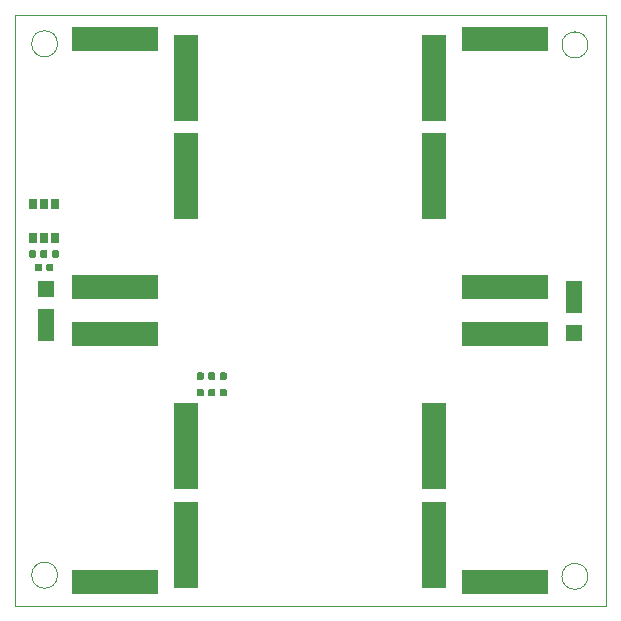
<source format=gbr>
%TF.GenerationSoftware,KiCad,Pcbnew,(5.1.4)-1*%
%TF.CreationDate,2019-10-27T14:01:39-07:00*%
%TF.ProjectId,SolarCell+Y,536f6c61-7243-4656-9c6c-2b592e6b6963,rev?*%
%TF.SameCoordinates,Original*%
%TF.FileFunction,Paste,Top*%
%TF.FilePolarity,Positive*%
%FSLAX46Y46*%
G04 Gerber Fmt 4.6, Leading zero omitted, Abs format (unit mm)*
G04 Created by KiCad (PCBNEW (5.1.4)-1) date 2019-10-27 14:01:39*
%MOMM*%
%LPD*%
G04 APERTURE LIST*
%ADD10C,0.050000*%
%ADD11C,0.100000*%
%ADD12C,0.590000*%
%ADD13R,2.000000X7.400000*%
%ADD14R,0.700000X0.900000*%
%ADD15R,7.400000X2.000000*%
%ADD16R,1.400000X1.400000*%
%ADD17R,1.400000X2.700000*%
G04 APERTURE END LIST*
D10*
X198500000Y-42500000D02*
G75*
G03X198500000Y-42500000I-1100000J0D01*
G01*
X198500000Y-87500000D02*
G75*
G03X198500000Y-87500000I-1100000J0D01*
G01*
X153600000Y-87400000D02*
G75*
G03X153600000Y-87400000I-1100000J0D01*
G01*
X200000000Y-40000000D02*
X150000000Y-40000000D01*
X200000000Y-90000000D02*
X200000000Y-40000000D01*
X150000000Y-90000000D02*
X200000000Y-90000000D01*
X150000000Y-40000000D02*
X150000000Y-90000000D01*
X153600000Y-42400000D02*
G75*
G03X153600000Y-42400000I-1100000J0D01*
G01*
D11*
G36*
X153577958Y-59878710D02*
G01*
X153592276Y-59880834D01*
X153606317Y-59884351D01*
X153619946Y-59889228D01*
X153633031Y-59895417D01*
X153645447Y-59902858D01*
X153657073Y-59911481D01*
X153667798Y-59921202D01*
X153677519Y-59931927D01*
X153686142Y-59943553D01*
X153693583Y-59955969D01*
X153699772Y-59969054D01*
X153704649Y-59982683D01*
X153708166Y-59996724D01*
X153710290Y-60011042D01*
X153711000Y-60025500D01*
X153711000Y-60370500D01*
X153710290Y-60384958D01*
X153708166Y-60399276D01*
X153704649Y-60413317D01*
X153699772Y-60426946D01*
X153693583Y-60440031D01*
X153686142Y-60452447D01*
X153677519Y-60464073D01*
X153667798Y-60474798D01*
X153657073Y-60484519D01*
X153645447Y-60493142D01*
X153633031Y-60500583D01*
X153619946Y-60506772D01*
X153606317Y-60511649D01*
X153592276Y-60515166D01*
X153577958Y-60517290D01*
X153563500Y-60518000D01*
X153268500Y-60518000D01*
X153254042Y-60517290D01*
X153239724Y-60515166D01*
X153225683Y-60511649D01*
X153212054Y-60506772D01*
X153198969Y-60500583D01*
X153186553Y-60493142D01*
X153174927Y-60484519D01*
X153164202Y-60474798D01*
X153154481Y-60464073D01*
X153145858Y-60452447D01*
X153138417Y-60440031D01*
X153132228Y-60426946D01*
X153127351Y-60413317D01*
X153123834Y-60399276D01*
X153121710Y-60384958D01*
X153121000Y-60370500D01*
X153121000Y-60025500D01*
X153121710Y-60011042D01*
X153123834Y-59996724D01*
X153127351Y-59982683D01*
X153132228Y-59969054D01*
X153138417Y-59955969D01*
X153145858Y-59943553D01*
X153154481Y-59931927D01*
X153164202Y-59921202D01*
X153174927Y-59911481D01*
X153186553Y-59902858D01*
X153198969Y-59895417D01*
X153212054Y-59889228D01*
X153225683Y-59884351D01*
X153239724Y-59880834D01*
X153254042Y-59878710D01*
X153268500Y-59878000D01*
X153563500Y-59878000D01*
X153577958Y-59878710D01*
X153577958Y-59878710D01*
G37*
D12*
X153416000Y-60198000D03*
D11*
G36*
X152607958Y-59878710D02*
G01*
X152622276Y-59880834D01*
X152636317Y-59884351D01*
X152649946Y-59889228D01*
X152663031Y-59895417D01*
X152675447Y-59902858D01*
X152687073Y-59911481D01*
X152697798Y-59921202D01*
X152707519Y-59931927D01*
X152716142Y-59943553D01*
X152723583Y-59955969D01*
X152729772Y-59969054D01*
X152734649Y-59982683D01*
X152738166Y-59996724D01*
X152740290Y-60011042D01*
X152741000Y-60025500D01*
X152741000Y-60370500D01*
X152740290Y-60384958D01*
X152738166Y-60399276D01*
X152734649Y-60413317D01*
X152729772Y-60426946D01*
X152723583Y-60440031D01*
X152716142Y-60452447D01*
X152707519Y-60464073D01*
X152697798Y-60474798D01*
X152687073Y-60484519D01*
X152675447Y-60493142D01*
X152663031Y-60500583D01*
X152649946Y-60506772D01*
X152636317Y-60511649D01*
X152622276Y-60515166D01*
X152607958Y-60517290D01*
X152593500Y-60518000D01*
X152298500Y-60518000D01*
X152284042Y-60517290D01*
X152269724Y-60515166D01*
X152255683Y-60511649D01*
X152242054Y-60506772D01*
X152228969Y-60500583D01*
X152216553Y-60493142D01*
X152204927Y-60484519D01*
X152194202Y-60474798D01*
X152184481Y-60464073D01*
X152175858Y-60452447D01*
X152168417Y-60440031D01*
X152162228Y-60426946D01*
X152157351Y-60413317D01*
X152153834Y-60399276D01*
X152151710Y-60384958D01*
X152151000Y-60370500D01*
X152151000Y-60025500D01*
X152151710Y-60011042D01*
X152153834Y-59996724D01*
X152157351Y-59982683D01*
X152162228Y-59969054D01*
X152168417Y-59955969D01*
X152175858Y-59943553D01*
X152184481Y-59931927D01*
X152194202Y-59921202D01*
X152204927Y-59911481D01*
X152216553Y-59902858D01*
X152228969Y-59895417D01*
X152242054Y-59889228D01*
X152255683Y-59884351D01*
X152269724Y-59880834D01*
X152284042Y-59878710D01*
X152298500Y-59878000D01*
X152593500Y-59878000D01*
X152607958Y-59878710D01*
X152607958Y-59878710D01*
G37*
D12*
X152446000Y-60198000D03*
D13*
X185496200Y-76454000D03*
X164496200Y-76454000D03*
D11*
G36*
X152602458Y-59878710D02*
G01*
X152616776Y-59880834D01*
X152630817Y-59884351D01*
X152644446Y-59889228D01*
X152657531Y-59895417D01*
X152669947Y-59902858D01*
X152681573Y-59911481D01*
X152692298Y-59921202D01*
X152702019Y-59931927D01*
X152710642Y-59943553D01*
X152718083Y-59955969D01*
X152724272Y-59969054D01*
X152729149Y-59982683D01*
X152732666Y-59996724D01*
X152734790Y-60011042D01*
X152735500Y-60025500D01*
X152735500Y-60370500D01*
X152734790Y-60384958D01*
X152732666Y-60399276D01*
X152729149Y-60413317D01*
X152724272Y-60426946D01*
X152718083Y-60440031D01*
X152710642Y-60452447D01*
X152702019Y-60464073D01*
X152692298Y-60474798D01*
X152681573Y-60484519D01*
X152669947Y-60493142D01*
X152657531Y-60500583D01*
X152644446Y-60506772D01*
X152630817Y-60511649D01*
X152616776Y-60515166D01*
X152602458Y-60517290D01*
X152588000Y-60518000D01*
X152293000Y-60518000D01*
X152278542Y-60517290D01*
X152264224Y-60515166D01*
X152250183Y-60511649D01*
X152236554Y-60506772D01*
X152223469Y-60500583D01*
X152211053Y-60493142D01*
X152199427Y-60484519D01*
X152188702Y-60474798D01*
X152178981Y-60464073D01*
X152170358Y-60452447D01*
X152162917Y-60440031D01*
X152156728Y-60426946D01*
X152151851Y-60413317D01*
X152148334Y-60399276D01*
X152146210Y-60384958D01*
X152145500Y-60370500D01*
X152145500Y-60025500D01*
X152146210Y-60011042D01*
X152148334Y-59996724D01*
X152151851Y-59982683D01*
X152156728Y-59969054D01*
X152162917Y-59955969D01*
X152170358Y-59943553D01*
X152178981Y-59931927D01*
X152188702Y-59921202D01*
X152199427Y-59911481D01*
X152211053Y-59902858D01*
X152223469Y-59895417D01*
X152236554Y-59889228D01*
X152250183Y-59884351D01*
X152264224Y-59880834D01*
X152278542Y-59878710D01*
X152293000Y-59878000D01*
X152588000Y-59878000D01*
X152602458Y-59878710D01*
X152602458Y-59878710D01*
G37*
D12*
X152440500Y-60198000D03*
D11*
G36*
X151632458Y-59878710D02*
G01*
X151646776Y-59880834D01*
X151660817Y-59884351D01*
X151674446Y-59889228D01*
X151687531Y-59895417D01*
X151699947Y-59902858D01*
X151711573Y-59911481D01*
X151722298Y-59921202D01*
X151732019Y-59931927D01*
X151740642Y-59943553D01*
X151748083Y-59955969D01*
X151754272Y-59969054D01*
X151759149Y-59982683D01*
X151762666Y-59996724D01*
X151764790Y-60011042D01*
X151765500Y-60025500D01*
X151765500Y-60370500D01*
X151764790Y-60384958D01*
X151762666Y-60399276D01*
X151759149Y-60413317D01*
X151754272Y-60426946D01*
X151748083Y-60440031D01*
X151740642Y-60452447D01*
X151732019Y-60464073D01*
X151722298Y-60474798D01*
X151711573Y-60484519D01*
X151699947Y-60493142D01*
X151687531Y-60500583D01*
X151674446Y-60506772D01*
X151660817Y-60511649D01*
X151646776Y-60515166D01*
X151632458Y-60517290D01*
X151618000Y-60518000D01*
X151323000Y-60518000D01*
X151308542Y-60517290D01*
X151294224Y-60515166D01*
X151280183Y-60511649D01*
X151266554Y-60506772D01*
X151253469Y-60500583D01*
X151241053Y-60493142D01*
X151229427Y-60484519D01*
X151218702Y-60474798D01*
X151208981Y-60464073D01*
X151200358Y-60452447D01*
X151192917Y-60440031D01*
X151186728Y-60426946D01*
X151181851Y-60413317D01*
X151178334Y-60399276D01*
X151176210Y-60384958D01*
X151175500Y-60370500D01*
X151175500Y-60025500D01*
X151176210Y-60011042D01*
X151178334Y-59996724D01*
X151181851Y-59982683D01*
X151186728Y-59969054D01*
X151192917Y-59955969D01*
X151200358Y-59943553D01*
X151208981Y-59931927D01*
X151218702Y-59921202D01*
X151229427Y-59911481D01*
X151241053Y-59902858D01*
X151253469Y-59895417D01*
X151266554Y-59889228D01*
X151280183Y-59884351D01*
X151294224Y-59880834D01*
X151308542Y-59878710D01*
X151323000Y-59878000D01*
X151618000Y-59878000D01*
X151632458Y-59878710D01*
X151632458Y-59878710D01*
G37*
D12*
X151470500Y-60198000D03*
D14*
X151513500Y-55954000D03*
X152463500Y-55954000D03*
X153413500Y-55954000D03*
X153413500Y-58854000D03*
X152463500Y-58854000D03*
X151513500Y-58854000D03*
D13*
X164500000Y-84836000D03*
X185500000Y-84836000D03*
D15*
X191508000Y-63037000D03*
X191508000Y-42037000D03*
X158492000Y-67000000D03*
X158492000Y-88000000D03*
X158492000Y-63037000D03*
X158492000Y-42037000D03*
X191508000Y-67000000D03*
X191508000Y-88000000D03*
D13*
X185500000Y-45339000D03*
X164500000Y-45339000D03*
X164496200Y-53594000D03*
X185496200Y-53594000D03*
D16*
X152654000Y-63174000D03*
D17*
X152654000Y-66224000D03*
D16*
X197358000Y-66874000D03*
D17*
X197358000Y-63824000D03*
D11*
G36*
X166808958Y-70229210D02*
G01*
X166823276Y-70231334D01*
X166837317Y-70234851D01*
X166850946Y-70239728D01*
X166864031Y-70245917D01*
X166876447Y-70253358D01*
X166888073Y-70261981D01*
X166898798Y-70271702D01*
X166908519Y-70282427D01*
X166917142Y-70294053D01*
X166924583Y-70306469D01*
X166930772Y-70319554D01*
X166935649Y-70333183D01*
X166939166Y-70347224D01*
X166941290Y-70361542D01*
X166942000Y-70376000D01*
X166942000Y-70721000D01*
X166941290Y-70735458D01*
X166939166Y-70749776D01*
X166935649Y-70763817D01*
X166930772Y-70777446D01*
X166924583Y-70790531D01*
X166917142Y-70802947D01*
X166908519Y-70814573D01*
X166898798Y-70825298D01*
X166888073Y-70835019D01*
X166876447Y-70843642D01*
X166864031Y-70851083D01*
X166850946Y-70857272D01*
X166837317Y-70862149D01*
X166823276Y-70865666D01*
X166808958Y-70867790D01*
X166794500Y-70868500D01*
X166499500Y-70868500D01*
X166485042Y-70867790D01*
X166470724Y-70865666D01*
X166456683Y-70862149D01*
X166443054Y-70857272D01*
X166429969Y-70851083D01*
X166417553Y-70843642D01*
X166405927Y-70835019D01*
X166395202Y-70825298D01*
X166385481Y-70814573D01*
X166376858Y-70802947D01*
X166369417Y-70790531D01*
X166363228Y-70777446D01*
X166358351Y-70763817D01*
X166354834Y-70749776D01*
X166352710Y-70735458D01*
X166352000Y-70721000D01*
X166352000Y-70376000D01*
X166352710Y-70361542D01*
X166354834Y-70347224D01*
X166358351Y-70333183D01*
X166363228Y-70319554D01*
X166369417Y-70306469D01*
X166376858Y-70294053D01*
X166385481Y-70282427D01*
X166395202Y-70271702D01*
X166405927Y-70261981D01*
X166417553Y-70253358D01*
X166429969Y-70245917D01*
X166443054Y-70239728D01*
X166456683Y-70234851D01*
X166470724Y-70231334D01*
X166485042Y-70229210D01*
X166499500Y-70228500D01*
X166794500Y-70228500D01*
X166808958Y-70229210D01*
X166808958Y-70229210D01*
G37*
D12*
X166647000Y-70548500D03*
D11*
G36*
X167778958Y-70229210D02*
G01*
X167793276Y-70231334D01*
X167807317Y-70234851D01*
X167820946Y-70239728D01*
X167834031Y-70245917D01*
X167846447Y-70253358D01*
X167858073Y-70261981D01*
X167868798Y-70271702D01*
X167878519Y-70282427D01*
X167887142Y-70294053D01*
X167894583Y-70306469D01*
X167900772Y-70319554D01*
X167905649Y-70333183D01*
X167909166Y-70347224D01*
X167911290Y-70361542D01*
X167912000Y-70376000D01*
X167912000Y-70721000D01*
X167911290Y-70735458D01*
X167909166Y-70749776D01*
X167905649Y-70763817D01*
X167900772Y-70777446D01*
X167894583Y-70790531D01*
X167887142Y-70802947D01*
X167878519Y-70814573D01*
X167868798Y-70825298D01*
X167858073Y-70835019D01*
X167846447Y-70843642D01*
X167834031Y-70851083D01*
X167820946Y-70857272D01*
X167807317Y-70862149D01*
X167793276Y-70865666D01*
X167778958Y-70867790D01*
X167764500Y-70868500D01*
X167469500Y-70868500D01*
X167455042Y-70867790D01*
X167440724Y-70865666D01*
X167426683Y-70862149D01*
X167413054Y-70857272D01*
X167399969Y-70851083D01*
X167387553Y-70843642D01*
X167375927Y-70835019D01*
X167365202Y-70825298D01*
X167355481Y-70814573D01*
X167346858Y-70802947D01*
X167339417Y-70790531D01*
X167333228Y-70777446D01*
X167328351Y-70763817D01*
X167324834Y-70749776D01*
X167322710Y-70735458D01*
X167322000Y-70721000D01*
X167322000Y-70376000D01*
X167322710Y-70361542D01*
X167324834Y-70347224D01*
X167328351Y-70333183D01*
X167333228Y-70319554D01*
X167339417Y-70306469D01*
X167346858Y-70294053D01*
X167355481Y-70282427D01*
X167365202Y-70271702D01*
X167375927Y-70261981D01*
X167387553Y-70253358D01*
X167399969Y-70245917D01*
X167413054Y-70239728D01*
X167426683Y-70234851D01*
X167440724Y-70231334D01*
X167455042Y-70229210D01*
X167469500Y-70228500D01*
X167764500Y-70228500D01*
X167778958Y-70229210D01*
X167778958Y-70229210D01*
G37*
D12*
X167617000Y-70548500D03*
D11*
G36*
X165838678Y-70229210D02*
G01*
X165852996Y-70231334D01*
X165867037Y-70234851D01*
X165880666Y-70239728D01*
X165893751Y-70245917D01*
X165906167Y-70253358D01*
X165917793Y-70261981D01*
X165928518Y-70271702D01*
X165938239Y-70282427D01*
X165946862Y-70294053D01*
X165954303Y-70306469D01*
X165960492Y-70319554D01*
X165965369Y-70333183D01*
X165968886Y-70347224D01*
X165971010Y-70361542D01*
X165971720Y-70376000D01*
X165971720Y-70721000D01*
X165971010Y-70735458D01*
X165968886Y-70749776D01*
X165965369Y-70763817D01*
X165960492Y-70777446D01*
X165954303Y-70790531D01*
X165946862Y-70802947D01*
X165938239Y-70814573D01*
X165928518Y-70825298D01*
X165917793Y-70835019D01*
X165906167Y-70843642D01*
X165893751Y-70851083D01*
X165880666Y-70857272D01*
X165867037Y-70862149D01*
X165852996Y-70865666D01*
X165838678Y-70867790D01*
X165824220Y-70868500D01*
X165529220Y-70868500D01*
X165514762Y-70867790D01*
X165500444Y-70865666D01*
X165486403Y-70862149D01*
X165472774Y-70857272D01*
X165459689Y-70851083D01*
X165447273Y-70843642D01*
X165435647Y-70835019D01*
X165424922Y-70825298D01*
X165415201Y-70814573D01*
X165406578Y-70802947D01*
X165399137Y-70790531D01*
X165392948Y-70777446D01*
X165388071Y-70763817D01*
X165384554Y-70749776D01*
X165382430Y-70735458D01*
X165381720Y-70721000D01*
X165381720Y-70376000D01*
X165382430Y-70361542D01*
X165384554Y-70347224D01*
X165388071Y-70333183D01*
X165392948Y-70319554D01*
X165399137Y-70306469D01*
X165406578Y-70294053D01*
X165415201Y-70282427D01*
X165424922Y-70271702D01*
X165435647Y-70261981D01*
X165447273Y-70253358D01*
X165459689Y-70245917D01*
X165472774Y-70239728D01*
X165486403Y-70234851D01*
X165500444Y-70231334D01*
X165514762Y-70229210D01*
X165529220Y-70228500D01*
X165824220Y-70228500D01*
X165838678Y-70229210D01*
X165838678Y-70229210D01*
G37*
D12*
X165676720Y-70548500D03*
D11*
G36*
X166808678Y-70229210D02*
G01*
X166822996Y-70231334D01*
X166837037Y-70234851D01*
X166850666Y-70239728D01*
X166863751Y-70245917D01*
X166876167Y-70253358D01*
X166887793Y-70261981D01*
X166898518Y-70271702D01*
X166908239Y-70282427D01*
X166916862Y-70294053D01*
X166924303Y-70306469D01*
X166930492Y-70319554D01*
X166935369Y-70333183D01*
X166938886Y-70347224D01*
X166941010Y-70361542D01*
X166941720Y-70376000D01*
X166941720Y-70721000D01*
X166941010Y-70735458D01*
X166938886Y-70749776D01*
X166935369Y-70763817D01*
X166930492Y-70777446D01*
X166924303Y-70790531D01*
X166916862Y-70802947D01*
X166908239Y-70814573D01*
X166898518Y-70825298D01*
X166887793Y-70835019D01*
X166876167Y-70843642D01*
X166863751Y-70851083D01*
X166850666Y-70857272D01*
X166837037Y-70862149D01*
X166822996Y-70865666D01*
X166808678Y-70867790D01*
X166794220Y-70868500D01*
X166499220Y-70868500D01*
X166484762Y-70867790D01*
X166470444Y-70865666D01*
X166456403Y-70862149D01*
X166442774Y-70857272D01*
X166429689Y-70851083D01*
X166417273Y-70843642D01*
X166405647Y-70835019D01*
X166394922Y-70825298D01*
X166385201Y-70814573D01*
X166376578Y-70802947D01*
X166369137Y-70790531D01*
X166362948Y-70777446D01*
X166358071Y-70763817D01*
X166354554Y-70749776D01*
X166352430Y-70735458D01*
X166351720Y-70721000D01*
X166351720Y-70376000D01*
X166352430Y-70361542D01*
X166354554Y-70347224D01*
X166358071Y-70333183D01*
X166362948Y-70319554D01*
X166369137Y-70306469D01*
X166376578Y-70294053D01*
X166385201Y-70282427D01*
X166394922Y-70271702D01*
X166405647Y-70261981D01*
X166417273Y-70253358D01*
X166429689Y-70245917D01*
X166442774Y-70239728D01*
X166456403Y-70234851D01*
X166470444Y-70231334D01*
X166484762Y-70229210D01*
X166499220Y-70228500D01*
X166794220Y-70228500D01*
X166808678Y-70229210D01*
X166808678Y-70229210D01*
G37*
D12*
X166646720Y-70548500D03*
D11*
G36*
X166808958Y-71626210D02*
G01*
X166823276Y-71628334D01*
X166837317Y-71631851D01*
X166850946Y-71636728D01*
X166864031Y-71642917D01*
X166876447Y-71650358D01*
X166888073Y-71658981D01*
X166898798Y-71668702D01*
X166908519Y-71679427D01*
X166917142Y-71691053D01*
X166924583Y-71703469D01*
X166930772Y-71716554D01*
X166935649Y-71730183D01*
X166939166Y-71744224D01*
X166941290Y-71758542D01*
X166942000Y-71773000D01*
X166942000Y-72118000D01*
X166941290Y-72132458D01*
X166939166Y-72146776D01*
X166935649Y-72160817D01*
X166930772Y-72174446D01*
X166924583Y-72187531D01*
X166917142Y-72199947D01*
X166908519Y-72211573D01*
X166898798Y-72222298D01*
X166888073Y-72232019D01*
X166876447Y-72240642D01*
X166864031Y-72248083D01*
X166850946Y-72254272D01*
X166837317Y-72259149D01*
X166823276Y-72262666D01*
X166808958Y-72264790D01*
X166794500Y-72265500D01*
X166499500Y-72265500D01*
X166485042Y-72264790D01*
X166470724Y-72262666D01*
X166456683Y-72259149D01*
X166443054Y-72254272D01*
X166429969Y-72248083D01*
X166417553Y-72240642D01*
X166405927Y-72232019D01*
X166395202Y-72222298D01*
X166385481Y-72211573D01*
X166376858Y-72199947D01*
X166369417Y-72187531D01*
X166363228Y-72174446D01*
X166358351Y-72160817D01*
X166354834Y-72146776D01*
X166352710Y-72132458D01*
X166352000Y-72118000D01*
X166352000Y-71773000D01*
X166352710Y-71758542D01*
X166354834Y-71744224D01*
X166358351Y-71730183D01*
X166363228Y-71716554D01*
X166369417Y-71703469D01*
X166376858Y-71691053D01*
X166385481Y-71679427D01*
X166395202Y-71668702D01*
X166405927Y-71658981D01*
X166417553Y-71650358D01*
X166429969Y-71642917D01*
X166443054Y-71636728D01*
X166456683Y-71631851D01*
X166470724Y-71628334D01*
X166485042Y-71626210D01*
X166499500Y-71625500D01*
X166794500Y-71625500D01*
X166808958Y-71626210D01*
X166808958Y-71626210D01*
G37*
D12*
X166647000Y-71945500D03*
D11*
G36*
X167778958Y-71626210D02*
G01*
X167793276Y-71628334D01*
X167807317Y-71631851D01*
X167820946Y-71636728D01*
X167834031Y-71642917D01*
X167846447Y-71650358D01*
X167858073Y-71658981D01*
X167868798Y-71668702D01*
X167878519Y-71679427D01*
X167887142Y-71691053D01*
X167894583Y-71703469D01*
X167900772Y-71716554D01*
X167905649Y-71730183D01*
X167909166Y-71744224D01*
X167911290Y-71758542D01*
X167912000Y-71773000D01*
X167912000Y-72118000D01*
X167911290Y-72132458D01*
X167909166Y-72146776D01*
X167905649Y-72160817D01*
X167900772Y-72174446D01*
X167894583Y-72187531D01*
X167887142Y-72199947D01*
X167878519Y-72211573D01*
X167868798Y-72222298D01*
X167858073Y-72232019D01*
X167846447Y-72240642D01*
X167834031Y-72248083D01*
X167820946Y-72254272D01*
X167807317Y-72259149D01*
X167793276Y-72262666D01*
X167778958Y-72264790D01*
X167764500Y-72265500D01*
X167469500Y-72265500D01*
X167455042Y-72264790D01*
X167440724Y-72262666D01*
X167426683Y-72259149D01*
X167413054Y-72254272D01*
X167399969Y-72248083D01*
X167387553Y-72240642D01*
X167375927Y-72232019D01*
X167365202Y-72222298D01*
X167355481Y-72211573D01*
X167346858Y-72199947D01*
X167339417Y-72187531D01*
X167333228Y-72174446D01*
X167328351Y-72160817D01*
X167324834Y-72146776D01*
X167322710Y-72132458D01*
X167322000Y-72118000D01*
X167322000Y-71773000D01*
X167322710Y-71758542D01*
X167324834Y-71744224D01*
X167328351Y-71730183D01*
X167333228Y-71716554D01*
X167339417Y-71703469D01*
X167346858Y-71691053D01*
X167355481Y-71679427D01*
X167365202Y-71668702D01*
X167375927Y-71658981D01*
X167387553Y-71650358D01*
X167399969Y-71642917D01*
X167413054Y-71636728D01*
X167426683Y-71631851D01*
X167440724Y-71628334D01*
X167455042Y-71626210D01*
X167469500Y-71625500D01*
X167764500Y-71625500D01*
X167778958Y-71626210D01*
X167778958Y-71626210D01*
G37*
D12*
X167617000Y-71945500D03*
D11*
G36*
X165838678Y-71626210D02*
G01*
X165852996Y-71628334D01*
X165867037Y-71631851D01*
X165880666Y-71636728D01*
X165893751Y-71642917D01*
X165906167Y-71650358D01*
X165917793Y-71658981D01*
X165928518Y-71668702D01*
X165938239Y-71679427D01*
X165946862Y-71691053D01*
X165954303Y-71703469D01*
X165960492Y-71716554D01*
X165965369Y-71730183D01*
X165968886Y-71744224D01*
X165971010Y-71758542D01*
X165971720Y-71773000D01*
X165971720Y-72118000D01*
X165971010Y-72132458D01*
X165968886Y-72146776D01*
X165965369Y-72160817D01*
X165960492Y-72174446D01*
X165954303Y-72187531D01*
X165946862Y-72199947D01*
X165938239Y-72211573D01*
X165928518Y-72222298D01*
X165917793Y-72232019D01*
X165906167Y-72240642D01*
X165893751Y-72248083D01*
X165880666Y-72254272D01*
X165867037Y-72259149D01*
X165852996Y-72262666D01*
X165838678Y-72264790D01*
X165824220Y-72265500D01*
X165529220Y-72265500D01*
X165514762Y-72264790D01*
X165500444Y-72262666D01*
X165486403Y-72259149D01*
X165472774Y-72254272D01*
X165459689Y-72248083D01*
X165447273Y-72240642D01*
X165435647Y-72232019D01*
X165424922Y-72222298D01*
X165415201Y-72211573D01*
X165406578Y-72199947D01*
X165399137Y-72187531D01*
X165392948Y-72174446D01*
X165388071Y-72160817D01*
X165384554Y-72146776D01*
X165382430Y-72132458D01*
X165381720Y-72118000D01*
X165381720Y-71773000D01*
X165382430Y-71758542D01*
X165384554Y-71744224D01*
X165388071Y-71730183D01*
X165392948Y-71716554D01*
X165399137Y-71703469D01*
X165406578Y-71691053D01*
X165415201Y-71679427D01*
X165424922Y-71668702D01*
X165435647Y-71658981D01*
X165447273Y-71650358D01*
X165459689Y-71642917D01*
X165472774Y-71636728D01*
X165486403Y-71631851D01*
X165500444Y-71628334D01*
X165514762Y-71626210D01*
X165529220Y-71625500D01*
X165824220Y-71625500D01*
X165838678Y-71626210D01*
X165838678Y-71626210D01*
G37*
D12*
X165676720Y-71945500D03*
D11*
G36*
X166808678Y-71626210D02*
G01*
X166822996Y-71628334D01*
X166837037Y-71631851D01*
X166850666Y-71636728D01*
X166863751Y-71642917D01*
X166876167Y-71650358D01*
X166887793Y-71658981D01*
X166898518Y-71668702D01*
X166908239Y-71679427D01*
X166916862Y-71691053D01*
X166924303Y-71703469D01*
X166930492Y-71716554D01*
X166935369Y-71730183D01*
X166938886Y-71744224D01*
X166941010Y-71758542D01*
X166941720Y-71773000D01*
X166941720Y-72118000D01*
X166941010Y-72132458D01*
X166938886Y-72146776D01*
X166935369Y-72160817D01*
X166930492Y-72174446D01*
X166924303Y-72187531D01*
X166916862Y-72199947D01*
X166908239Y-72211573D01*
X166898518Y-72222298D01*
X166887793Y-72232019D01*
X166876167Y-72240642D01*
X166863751Y-72248083D01*
X166850666Y-72254272D01*
X166837037Y-72259149D01*
X166822996Y-72262666D01*
X166808678Y-72264790D01*
X166794220Y-72265500D01*
X166499220Y-72265500D01*
X166484762Y-72264790D01*
X166470444Y-72262666D01*
X166456403Y-72259149D01*
X166442774Y-72254272D01*
X166429689Y-72248083D01*
X166417273Y-72240642D01*
X166405647Y-72232019D01*
X166394922Y-72222298D01*
X166385201Y-72211573D01*
X166376578Y-72199947D01*
X166369137Y-72187531D01*
X166362948Y-72174446D01*
X166358071Y-72160817D01*
X166354554Y-72146776D01*
X166352430Y-72132458D01*
X166351720Y-72118000D01*
X166351720Y-71773000D01*
X166352430Y-71758542D01*
X166354554Y-71744224D01*
X166358071Y-71730183D01*
X166362948Y-71716554D01*
X166369137Y-71703469D01*
X166376578Y-71691053D01*
X166385201Y-71679427D01*
X166394922Y-71668702D01*
X166405647Y-71658981D01*
X166417273Y-71650358D01*
X166429689Y-71642917D01*
X166442774Y-71636728D01*
X166456403Y-71631851D01*
X166470444Y-71628334D01*
X166484762Y-71626210D01*
X166499220Y-71625500D01*
X166794220Y-71625500D01*
X166808678Y-71626210D01*
X166808678Y-71626210D01*
G37*
D12*
X166646720Y-71945500D03*
D11*
G36*
X152140458Y-61021710D02*
G01*
X152154776Y-61023834D01*
X152168817Y-61027351D01*
X152182446Y-61032228D01*
X152195531Y-61038417D01*
X152207947Y-61045858D01*
X152219573Y-61054481D01*
X152230298Y-61064202D01*
X152240019Y-61074927D01*
X152248642Y-61086553D01*
X152256083Y-61098969D01*
X152262272Y-61112054D01*
X152267149Y-61125683D01*
X152270666Y-61139724D01*
X152272790Y-61154042D01*
X152273500Y-61168500D01*
X152273500Y-61513500D01*
X152272790Y-61527958D01*
X152270666Y-61542276D01*
X152267149Y-61556317D01*
X152262272Y-61569946D01*
X152256083Y-61583031D01*
X152248642Y-61595447D01*
X152240019Y-61607073D01*
X152230298Y-61617798D01*
X152219573Y-61627519D01*
X152207947Y-61636142D01*
X152195531Y-61643583D01*
X152182446Y-61649772D01*
X152168817Y-61654649D01*
X152154776Y-61658166D01*
X152140458Y-61660290D01*
X152126000Y-61661000D01*
X151831000Y-61661000D01*
X151816542Y-61660290D01*
X151802224Y-61658166D01*
X151788183Y-61654649D01*
X151774554Y-61649772D01*
X151761469Y-61643583D01*
X151749053Y-61636142D01*
X151737427Y-61627519D01*
X151726702Y-61617798D01*
X151716981Y-61607073D01*
X151708358Y-61595447D01*
X151700917Y-61583031D01*
X151694728Y-61569946D01*
X151689851Y-61556317D01*
X151686334Y-61542276D01*
X151684210Y-61527958D01*
X151683500Y-61513500D01*
X151683500Y-61168500D01*
X151684210Y-61154042D01*
X151686334Y-61139724D01*
X151689851Y-61125683D01*
X151694728Y-61112054D01*
X151700917Y-61098969D01*
X151708358Y-61086553D01*
X151716981Y-61074927D01*
X151726702Y-61064202D01*
X151737427Y-61054481D01*
X151749053Y-61045858D01*
X151761469Y-61038417D01*
X151774554Y-61032228D01*
X151788183Y-61027351D01*
X151802224Y-61023834D01*
X151816542Y-61021710D01*
X151831000Y-61021000D01*
X152126000Y-61021000D01*
X152140458Y-61021710D01*
X152140458Y-61021710D01*
G37*
D12*
X151978500Y-61341000D03*
D11*
G36*
X153110458Y-61021710D02*
G01*
X153124776Y-61023834D01*
X153138817Y-61027351D01*
X153152446Y-61032228D01*
X153165531Y-61038417D01*
X153177947Y-61045858D01*
X153189573Y-61054481D01*
X153200298Y-61064202D01*
X153210019Y-61074927D01*
X153218642Y-61086553D01*
X153226083Y-61098969D01*
X153232272Y-61112054D01*
X153237149Y-61125683D01*
X153240666Y-61139724D01*
X153242790Y-61154042D01*
X153243500Y-61168500D01*
X153243500Y-61513500D01*
X153242790Y-61527958D01*
X153240666Y-61542276D01*
X153237149Y-61556317D01*
X153232272Y-61569946D01*
X153226083Y-61583031D01*
X153218642Y-61595447D01*
X153210019Y-61607073D01*
X153200298Y-61617798D01*
X153189573Y-61627519D01*
X153177947Y-61636142D01*
X153165531Y-61643583D01*
X153152446Y-61649772D01*
X153138817Y-61654649D01*
X153124776Y-61658166D01*
X153110458Y-61660290D01*
X153096000Y-61661000D01*
X152801000Y-61661000D01*
X152786542Y-61660290D01*
X152772224Y-61658166D01*
X152758183Y-61654649D01*
X152744554Y-61649772D01*
X152731469Y-61643583D01*
X152719053Y-61636142D01*
X152707427Y-61627519D01*
X152696702Y-61617798D01*
X152686981Y-61607073D01*
X152678358Y-61595447D01*
X152670917Y-61583031D01*
X152664728Y-61569946D01*
X152659851Y-61556317D01*
X152656334Y-61542276D01*
X152654210Y-61527958D01*
X152653500Y-61513500D01*
X152653500Y-61168500D01*
X152654210Y-61154042D01*
X152656334Y-61139724D01*
X152659851Y-61125683D01*
X152664728Y-61112054D01*
X152670917Y-61098969D01*
X152678358Y-61086553D01*
X152686981Y-61074927D01*
X152696702Y-61064202D01*
X152707427Y-61054481D01*
X152719053Y-61045858D01*
X152731469Y-61038417D01*
X152744554Y-61032228D01*
X152758183Y-61027351D01*
X152772224Y-61023834D01*
X152786542Y-61021710D01*
X152801000Y-61021000D01*
X153096000Y-61021000D01*
X153110458Y-61021710D01*
X153110458Y-61021710D01*
G37*
D12*
X152948500Y-61341000D03*
M02*

</source>
